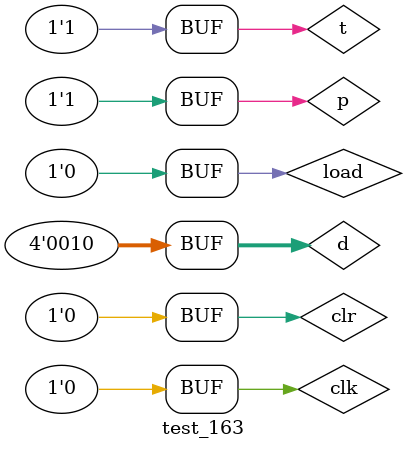
<source format=sv>
module test_163;
  parameter N=4;
  reg  [N-1:0] d;
  reg          clk;
  reg          clr;
  reg          load;
  reg          p;
  reg          t;
  //Actual output
  wire [N-1:0] q;
  //Debug output
  wire [N-1:0] j;
  wire [N-1:0] k;
  wire [N-1:0] top;
  wire [N-1:0] mid;
  wire [N-1:0] bot;
  wire         ttop;
  wire [N-1:0] tmid;
  wire [N-1:0] q_;
  wire         en;
  
  // Instantiate design under test
  SN74x163 #(N) dut (
    .d(d),
    .clk(clk),
    .clr_(~clr),
    .load_(~load),
    .p(p),
    .t(t),
    .q(q) /*,
    .j(j),
    .k(k),
    .top(top),
    .mid(mid),
    .bot(bot),
    .ttop(ttop),
    .tmid(tmid),
    .q_(q_),
    .en(en) */
  );
          
  initial begin
    // Dump waves
    $dumpfile("test_163.vcd");
    $dumpvars(1);
    
    d=4'b0000;
    load=0;
    clk=0;
    clr=1;
    p=1;
    t=1;
    #1 clk=1; #1 clk=0;
    clr=0;
    #1 clk=1; #1 clk=0;
    #1 clk=1; #1 clk=0;
    #1 clk=1; #1 clk=0;
    #1 clk=1; #1 clk=0;
    #1 clk=1; #1 clk=0;
    #1 clk=1; #1 clk=0;
    #1 clk=1; #1 clk=0;
    d=4'b0010;
    load=1;
    #1 clk=1; #1 clk=0;
    load=0;
    #1 clk=1; #1 clk=0;
    #1 clk=1; #1 clk=0;
    #1 clk=1; #1 clk=0;
    #1 clk=1; #1 clk=0;
    #1 clk=1; #1 clk=0;
    #1 clk=1; #1 clk=0;
    #1 clk=1; #1 clk=0;
    #1 clk=1; #1 clk=0;
    #1 clk=1; #1 clk=0;
    #1 clk=1; #1 clk=0;
    #1 clk=1; #1 clk=0;
    #1 clk=1; #1 clk=0;
    #1 clk=1; #1 clk=0;
    #1 clk=1; #1 clk=0;
    #1 clk=1; #1 clk=0;
    #1 clk=1; #1 clk=0;
    #1 clk=1; #1 clk=0;
    #1 clk=1; #1 clk=0;
    #1 clk=1; #1 clk=0;
    #1 clk=1; #1 clk=0;
  end
  
endmodule



</source>
